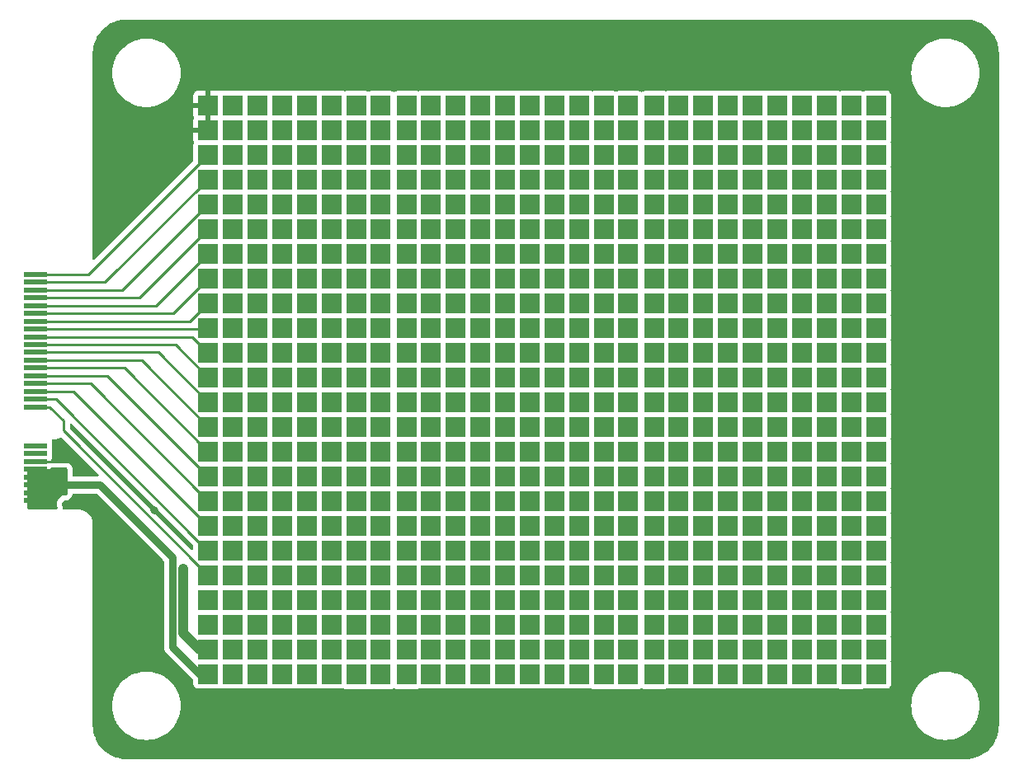
<source format=gbr>
%TF.GenerationSoftware,KiCad,Pcbnew,(6.0.7)*%
%TF.CreationDate,2023-01-04T15:29:54-05:00*%
%TF.ProjectId,PrototypeBoard,50726f74-6f74-4797-9065-426f6172642e,rev?*%
%TF.SameCoordinates,Original*%
%TF.FileFunction,Copper,L1,Top*%
%TF.FilePolarity,Positive*%
%FSLAX46Y46*%
G04 Gerber Fmt 4.6, Leading zero omitted, Abs format (unit mm)*
G04 Created by KiCad (PCBNEW (6.0.7)) date 2023-01-04 15:29:54*
%MOMM*%
%LPD*%
G01*
G04 APERTURE LIST*
%TA.AperFunction,SMDPad,CuDef*%
%ADD10R,2.350000X0.600000*%
%TD*%
%TA.AperFunction,ComponentPad*%
%ADD11R,2.000000X2.000000*%
%TD*%
%TA.AperFunction,ViaPad*%
%ADD12C,0.800000*%
%TD*%
%TA.AperFunction,Conductor*%
%ADD13C,0.762000*%
%TD*%
%TA.AperFunction,Conductor*%
%ADD14C,0.250000*%
%TD*%
%TA.AperFunction,Conductor*%
%ADD15C,1.016000*%
%TD*%
G04 APERTURE END LIST*
D10*
%TO.P,J1,2,+3.3Vaux*%
%TO.N,+5V*%
X91539412Y-111709558D03*
%TO.P,J1,4,GND*%
X91539412Y-110909558D03*
%TO.P,J1,6,+1.5V*%
X91539412Y-110109558D03*
%TO.P,J1,8,UIM_PWR*%
X91539412Y-109309558D03*
%TO.P,J1,10,UIM_DATA*%
X91539412Y-108509558D03*
%TO.P,J1,12,UIM_CLK*%
%TO.N,GND*%
X91539412Y-107709558D03*
%TO.P,J1,14,UIM_RESET*%
%TO.N,/SPK_RP*%
X91539412Y-106909558D03*
%TO.P,J1,16,UIM_VPP*%
%TO.N,/SPK_RN*%
X91539412Y-106109558D03*
%TO.P,J1,18,GND*%
%TO.N,/IO28*%
X91539412Y-102109558D03*
%TO.P,J1,20,~{W_DISABLE}*%
%TO.N,/IO29*%
X91539412Y-101309558D03*
%TO.P,J1,22,~{PERST}*%
%TO.N,/IO30*%
X91539412Y-100509558D03*
%TO.P,J1,24,+3.3Vaux*%
%TO.N,/IO31*%
X91539412Y-99709558D03*
%TO.P,J1,26,GND*%
%TO.N,/IO32*%
X91539412Y-98909558D03*
%TO.P,J1,28,+1.5V*%
%TO.N,/IO33*%
X91539412Y-98109558D03*
%TO.P,J1,30,SMB_CLK*%
%TO.N,/IO34*%
X91539412Y-97309558D03*
%TO.P,J1,32,SMB_DATA*%
%TO.N,/IO35*%
X91539412Y-96509558D03*
%TO.P,J1,34,GND*%
%TO.N,/IO36*%
X91539412Y-95709558D03*
%TO.P,J1,36,USB_D-*%
%TO.N,/IO37*%
X91539412Y-94909558D03*
%TO.P,J1,38,USB_D+*%
%TO.N,/IO38*%
X91539412Y-94109558D03*
%TO.P,J1,40,GND*%
%TO.N,/IO39*%
X91539412Y-93309558D03*
%TO.P,J1,42,~{LED_WWAN}*%
%TO.N,/IO40*%
X91539412Y-92509558D03*
%TO.P,J1,44,~{LED_WLAN}*%
%TO.N,/IO41*%
X91539412Y-91709558D03*
%TO.P,J1,46,~{LED_WPAN}*%
%TO.N,/IO42*%
X91539412Y-90909558D03*
%TO.P,J1,48,+1.5V*%
%TO.N,/IO43*%
X91539412Y-90109558D03*
%TO.P,J1,50,GND*%
%TO.N,/IO44*%
X91539412Y-89309558D03*
%TO.P,J1,52,+3.3Vaux*%
%TO.N,/IO45*%
X91539412Y-88509558D03*
%TD*%
D11*
%TO.P,J2,48*%
%TO.N,N/C*%
X177800000Y-71120000D03*
X121920000Y-71120000D03*
X144780000Y-71120000D03*
X165100000Y-71120000D03*
X129621070Y-71174005D03*
X134620000Y-71120000D03*
X139700000Y-71120000D03*
X111760000Y-71120000D03*
X132080000Y-71120000D03*
X114300000Y-71120000D03*
X142240000Y-71120000D03*
X124422847Y-71174005D03*
X147320000Y-71120000D03*
X157480000Y-71120000D03*
X152325695Y-71174005D03*
X126925695Y-71174005D03*
X119380000Y-71120000D03*
X137160000Y-71120000D03*
X162560000Y-71120000D03*
X155021070Y-71174005D03*
X160020000Y-71120000D03*
X149822847Y-71174005D03*
X167640000Y-71120000D03*
X172720000Y-71120000D03*
X170180000Y-71120000D03*
X116840000Y-71120000D03*
X175222847Y-71174005D03*
%TO.P,J2,47*%
X114300000Y-73660000D03*
X124422847Y-73714005D03*
X137160000Y-73660000D03*
X129621070Y-73714005D03*
X126925695Y-73714005D03*
X175222847Y-73714005D03*
X119380000Y-73660000D03*
X155021070Y-73714005D03*
X165100000Y-73660000D03*
X134620000Y-73660000D03*
X111760000Y-73660000D03*
X144780000Y-73660000D03*
X152325695Y-73714005D03*
X121920000Y-73660000D03*
X116840000Y-73660000D03*
X172720000Y-73660000D03*
X132080000Y-73660000D03*
X149822847Y-73714005D03*
X162560000Y-73660000D03*
X170180000Y-73660000D03*
X142240000Y-73660000D03*
X139700000Y-73660000D03*
X157480000Y-73660000D03*
X177800000Y-73660000D03*
X147320000Y-73660000D03*
X160020000Y-73660000D03*
X167640000Y-73660000D03*
%TO.P,J2,46*%
X144780000Y-76200000D03*
X121920000Y-76200000D03*
X119380000Y-76200000D03*
X134620000Y-76200000D03*
X175222847Y-76254005D03*
X129621070Y-76254005D03*
X142240000Y-76200000D03*
X170180000Y-76200000D03*
X172720000Y-76200000D03*
X177800000Y-76200000D03*
X139700000Y-76200000D03*
X137160000Y-76200000D03*
X116840000Y-76200000D03*
X149822847Y-76254005D03*
X132080000Y-76200000D03*
X165100000Y-76200000D03*
X162560000Y-76200000D03*
X147320000Y-76200000D03*
X124422847Y-76254005D03*
X114300000Y-76200000D03*
X152325695Y-76254005D03*
X111760000Y-76200000D03*
X167640000Y-76200000D03*
X126925695Y-76254005D03*
X157480000Y-76200000D03*
X160020000Y-76200000D03*
X155021070Y-76254005D03*
%TO.P,J2,45*%
X114300000Y-78740000D03*
X142240000Y-78740000D03*
X129621070Y-78794005D03*
X149822847Y-78794005D03*
X170180000Y-78740000D03*
X147320000Y-78740000D03*
X165100000Y-78740000D03*
X116840000Y-78740000D03*
X139700000Y-78740000D03*
X172720000Y-78740000D03*
X155021070Y-78794005D03*
X132080000Y-78740000D03*
X177800000Y-78740000D03*
X134620000Y-78740000D03*
X126925695Y-78794005D03*
X157480000Y-78740000D03*
X137160000Y-78740000D03*
X167640000Y-78740000D03*
X175222847Y-78794005D03*
X144780000Y-78740000D03*
X119380000Y-78740000D03*
X121920000Y-78740000D03*
X160020000Y-78740000D03*
X162560000Y-78740000D03*
X111760000Y-78740000D03*
X124422847Y-78794005D03*
X152325695Y-78794005D03*
%TO.P,J2,44*%
X114300000Y-81280000D03*
X157480000Y-81280000D03*
X149822847Y-81334005D03*
X124422847Y-81334005D03*
X167640000Y-81280000D03*
X175222847Y-81334005D03*
X126925695Y-81334005D03*
X134620000Y-81280000D03*
X162560000Y-81280000D03*
X155021070Y-81334005D03*
X147320000Y-81280000D03*
X132080000Y-81280000D03*
X119380000Y-81280000D03*
X144780000Y-81280000D03*
X121920000Y-81280000D03*
X177800000Y-81280000D03*
X165100000Y-81280000D03*
X116840000Y-81280000D03*
X152325695Y-81334005D03*
X111760000Y-81280000D03*
X129621070Y-81334005D03*
X142240000Y-81280000D03*
X139700000Y-81280000D03*
X137160000Y-81280000D03*
X160020000Y-81280000D03*
X172720000Y-81280000D03*
X170180000Y-81280000D03*
%TO.P,J2,43*%
X116840000Y-83820000D03*
X157480000Y-83820000D03*
X137160000Y-83820000D03*
X132080000Y-83820000D03*
X167640000Y-83820000D03*
X170180000Y-83820000D03*
X142240000Y-83820000D03*
X165100000Y-83820000D03*
X155021070Y-83874005D03*
X162560000Y-83820000D03*
X111760000Y-83820000D03*
X175222847Y-83874005D03*
X139700000Y-83820000D03*
X144780000Y-83820000D03*
X114300000Y-83820000D03*
X152325695Y-83874005D03*
X124422847Y-83874005D03*
X160020000Y-83820000D03*
X129621070Y-83874005D03*
X121920000Y-83820000D03*
X172720000Y-83820000D03*
X134620000Y-83820000D03*
X126925695Y-83874005D03*
X119380000Y-83820000D03*
X177800000Y-83820000D03*
X147320000Y-83820000D03*
X149822847Y-83874005D03*
%TO.P,J2,42*%
X172720000Y-86360000D03*
X137160000Y-86360000D03*
X149822847Y-86414005D03*
X114300000Y-86360000D03*
X167640000Y-86360000D03*
X175222847Y-86414005D03*
X160020000Y-86360000D03*
X177800000Y-86360000D03*
X170180000Y-86360000D03*
X119380000Y-86360000D03*
X132080000Y-86360000D03*
X142240000Y-86360000D03*
X155021070Y-86414005D03*
X152325695Y-86414005D03*
X162560000Y-86360000D03*
X121920000Y-86360000D03*
X116840000Y-86360000D03*
X129621070Y-86414005D03*
X144780000Y-86360000D03*
X157480000Y-86360000D03*
X126925695Y-86414005D03*
X111760000Y-86360000D03*
X147320000Y-86360000D03*
X124422847Y-86414005D03*
X165100000Y-86360000D03*
X139700000Y-86360000D03*
X134620000Y-86360000D03*
%TO.P,J2,41*%
X157480000Y-88900000D03*
X119380000Y-88900000D03*
X134620000Y-88900000D03*
X172720000Y-88900000D03*
X170180000Y-88900000D03*
X111760000Y-88900000D03*
X142240000Y-88900000D03*
X124422847Y-88954005D03*
X116840000Y-88900000D03*
X165100000Y-88900000D03*
X137160000Y-88900000D03*
X162560000Y-88900000D03*
X139700000Y-88900000D03*
X152325695Y-88954005D03*
X175222847Y-88954005D03*
X114300000Y-88900000D03*
X121920000Y-88900000D03*
X149822847Y-88954005D03*
X126925695Y-88954005D03*
X132080000Y-88900000D03*
X129621070Y-88954005D03*
X167640000Y-88900000D03*
X177800000Y-88900000D03*
X144780000Y-88900000D03*
X160020000Y-88900000D03*
X147320000Y-88900000D03*
X155021070Y-88954005D03*
%TO.P,J2,40*%
X152325695Y-91494005D03*
X116840000Y-91440000D03*
X147320000Y-91440000D03*
X111760000Y-91440000D03*
X162560000Y-91440000D03*
X142240000Y-91440000D03*
X157480000Y-91440000D03*
X155021070Y-91494005D03*
X167640000Y-91440000D03*
X119380000Y-91440000D03*
X139700000Y-91440000D03*
X175222847Y-91494005D03*
X132080000Y-91440000D03*
X177800000Y-91440000D03*
X172720000Y-91440000D03*
X170180000Y-91440000D03*
X137160000Y-91440000D03*
X121920000Y-91440000D03*
X114300000Y-91440000D03*
X144780000Y-91440000D03*
X149822847Y-91494005D03*
X134620000Y-91440000D03*
X126925695Y-91494005D03*
X160020000Y-91440000D03*
X124422847Y-91494005D03*
X165100000Y-91440000D03*
X129621070Y-91494005D03*
%TO.P,J2,39*%
X172720000Y-93980000D03*
X165100000Y-93980000D03*
X170180000Y-93980000D03*
X177800000Y-93980000D03*
X114300000Y-93980000D03*
X124422847Y-94034005D03*
X121920000Y-93980000D03*
X116840000Y-93980000D03*
X129621070Y-94034005D03*
X119380000Y-93980000D03*
X139700000Y-93980000D03*
X152325695Y-94034005D03*
X160020000Y-93980000D03*
X167640000Y-93980000D03*
X144780000Y-93980000D03*
X175222847Y-94034005D03*
X162560000Y-93980000D03*
X142240000Y-93980000D03*
X155021070Y-94034005D03*
X132080000Y-93980000D03*
X137160000Y-93980000D03*
X157480000Y-93980000D03*
X111760000Y-93980000D03*
X149822847Y-94034005D03*
X126925695Y-94034005D03*
X147320000Y-93980000D03*
X134620000Y-93980000D03*
%TO.P,J2,38*%
X167640000Y-96520000D03*
X157480000Y-96520000D03*
X152325695Y-96574005D03*
X177800000Y-96520000D03*
X121920000Y-96520000D03*
X172720000Y-96520000D03*
X129621070Y-96574005D03*
X144780000Y-96520000D03*
X134620000Y-96520000D03*
X116840000Y-96520000D03*
X124422847Y-96574005D03*
X160020000Y-96520000D03*
X119380000Y-96520000D03*
X170180000Y-96520000D03*
X137160000Y-96520000D03*
X149822847Y-96574005D03*
X155021070Y-96574005D03*
X175222847Y-96574005D03*
X111760000Y-96520000D03*
X114300000Y-96520000D03*
X162560000Y-96520000D03*
X139700000Y-96520000D03*
X132080000Y-96520000D03*
X165100000Y-96520000D03*
X147320000Y-96520000D03*
X126925695Y-96574005D03*
X142240000Y-96520000D03*
%TO.P,J2,37*%
X149822847Y-99114005D03*
X157480000Y-99060000D03*
X162560000Y-99060000D03*
X116840000Y-99060000D03*
X172720000Y-99060000D03*
X155021070Y-99114005D03*
X121920000Y-99060000D03*
X137160000Y-99060000D03*
X147320000Y-99060000D03*
X111760000Y-99060000D03*
X152325695Y-99114005D03*
X114300000Y-99060000D03*
X129621070Y-99114005D03*
X139700000Y-99060000D03*
X177800000Y-99060000D03*
X132080000Y-99060000D03*
X167640000Y-99060000D03*
X142240000Y-99060000D03*
X144780000Y-99060000D03*
X124422847Y-99114005D03*
X175222847Y-99114005D03*
X134620000Y-99060000D03*
X119380000Y-99060000D03*
X126925695Y-99114005D03*
X165100000Y-99060000D03*
X160020000Y-99060000D03*
X170180000Y-99060000D03*
%TO.P,J2,36*%
X111760000Y-101600000D03*
X149822847Y-101654005D03*
X132080000Y-101600000D03*
X126925695Y-101654005D03*
X121920000Y-101600000D03*
X142240000Y-101600000D03*
X157480000Y-101600000D03*
X165100000Y-101600000D03*
X134620000Y-101600000D03*
X124422847Y-101654005D03*
X175222847Y-101654005D03*
X162560000Y-101600000D03*
X116840000Y-101600000D03*
X137160000Y-101600000D03*
X129621070Y-101654005D03*
X172720000Y-101600000D03*
X155021070Y-101654005D03*
X160020000Y-101600000D03*
X177800000Y-101600000D03*
X167640000Y-101600000D03*
X147320000Y-101600000D03*
X114300000Y-101600000D03*
X152325695Y-101654005D03*
X170180000Y-101600000D03*
X119380000Y-101600000D03*
X139700000Y-101600000D03*
X144780000Y-101600000D03*
%TO.P,J2,35*%
X114300000Y-104140000D03*
X126925695Y-104194005D03*
X152325695Y-104194005D03*
X165100000Y-104140000D03*
X134620000Y-104140000D03*
X119380000Y-104140000D03*
X155021070Y-104194005D03*
X111760000Y-104140000D03*
X177800000Y-104140000D03*
X147320000Y-104140000D03*
X175222847Y-104194005D03*
X129621070Y-104194005D03*
X144780000Y-104140000D03*
X121920000Y-104140000D03*
X149822847Y-104194005D03*
X137160000Y-104140000D03*
X160020000Y-104140000D03*
X170180000Y-104140000D03*
X167640000Y-104140000D03*
X139700000Y-104140000D03*
X142240000Y-104140000D03*
X124422847Y-104194005D03*
X162560000Y-104140000D03*
X157480000Y-104140000D03*
X172720000Y-104140000D03*
X132080000Y-104140000D03*
X116840000Y-104140000D03*
%TO.P,J2,34*%
X175222847Y-106734005D03*
X139700000Y-106680000D03*
X134620000Y-106680000D03*
X126925695Y-106734005D03*
X111760000Y-106680000D03*
X147320000Y-106680000D03*
X124422847Y-106734005D03*
X116840000Y-106680000D03*
X160020000Y-106680000D03*
X144780000Y-106680000D03*
X132080000Y-106680000D03*
X155021070Y-106734005D03*
X162560000Y-106680000D03*
X119380000Y-106680000D03*
X167640000Y-106680000D03*
X165100000Y-106680000D03*
X137160000Y-106680000D03*
X177800000Y-106680000D03*
X114300000Y-106680000D03*
X152325695Y-106734005D03*
X172720000Y-106680000D03*
X157480000Y-106680000D03*
X170180000Y-106680000D03*
X129621070Y-106734005D03*
X121920000Y-106680000D03*
X149822847Y-106734005D03*
X142240000Y-106680000D03*
%TO.P,J2,33*%
X124422847Y-109274005D03*
X137160000Y-109220000D03*
X111760000Y-109220000D03*
X129621070Y-109274005D03*
X119380000Y-109220000D03*
X175222847Y-109274005D03*
X160020000Y-109220000D03*
X149822847Y-109274005D03*
X126925695Y-109274005D03*
X144780000Y-109220000D03*
X116840000Y-109220000D03*
X121920000Y-109220000D03*
X157480000Y-109220000D03*
X142240000Y-109220000D03*
X114300000Y-109220000D03*
X139700000Y-109220000D03*
X147320000Y-109220000D03*
X172720000Y-109220000D03*
X165100000Y-109220000D03*
X162560000Y-109220000D03*
X152325695Y-109274005D03*
X132080000Y-109220000D03*
X134620000Y-109220000D03*
X155021070Y-109274005D03*
X170180000Y-109220000D03*
X177800000Y-109220000D03*
X167640000Y-109220000D03*
%TO.P,J2,32*%
X162560000Y-111760000D03*
X126925695Y-111814005D03*
X132080000Y-111760000D03*
X157480000Y-111760000D03*
X155021070Y-111814005D03*
X134620000Y-111760000D03*
X175222847Y-111814005D03*
X160020000Y-111760000D03*
X139700000Y-111760000D03*
X116840000Y-111760000D03*
X121920000Y-111760000D03*
X152325695Y-111814005D03*
X142240000Y-111760000D03*
X167640000Y-111760000D03*
X165100000Y-111760000D03*
X129621070Y-111814005D03*
X137160000Y-111760000D03*
X170180000Y-111760000D03*
X124422847Y-111814005D03*
X119380000Y-111760000D03*
X147320000Y-111760000D03*
X172720000Y-111760000D03*
X177800000Y-111760000D03*
X111760000Y-111760000D03*
X114300000Y-111760000D03*
X144780000Y-111760000D03*
X149822847Y-111814005D03*
%TO.P,J2,31*%
X172720000Y-114300000D03*
X111760000Y-114300000D03*
X121920000Y-114300000D03*
X119380000Y-114300000D03*
X157480000Y-114300000D03*
X167640000Y-114300000D03*
X162560000Y-114300000D03*
X155021070Y-114354005D03*
X147320000Y-114300000D03*
X144780000Y-114300000D03*
X137160000Y-114300000D03*
X126925695Y-114354005D03*
X142240000Y-114300000D03*
X124422847Y-114354005D03*
X114300000Y-114300000D03*
X175222847Y-114354005D03*
X177800000Y-114300000D03*
X134620000Y-114300000D03*
X132080000Y-114300000D03*
X152325695Y-114354005D03*
X129621070Y-114354005D03*
X139700000Y-114300000D03*
X165100000Y-114300000D03*
X170180000Y-114300000D03*
X116840000Y-114300000D03*
X149822847Y-114354005D03*
X160020000Y-114300000D03*
%TO.P,J2,30*%
X149822847Y-116894005D03*
X142240000Y-116840000D03*
X116840000Y-116840000D03*
X155021070Y-116894005D03*
X126925695Y-116894005D03*
X129621070Y-116894005D03*
X137160000Y-116840000D03*
X132080000Y-116840000D03*
X139700000Y-116840000D03*
X152325695Y-116894005D03*
X160020000Y-116840000D03*
X114300000Y-116840000D03*
X144780000Y-116840000D03*
X119380000Y-116840000D03*
X170180000Y-116840000D03*
X124422847Y-116894005D03*
X121920000Y-116840000D03*
X162560000Y-116840000D03*
X157480000Y-116840000D03*
X172720000Y-116840000D03*
X111760000Y-116840000D03*
X177800000Y-116840000D03*
X147320000Y-116840000D03*
X134620000Y-116840000D03*
X175222847Y-116894005D03*
X165100000Y-116840000D03*
X167640000Y-116840000D03*
%TO.P,J2,29*%
X132080000Y-119380000D03*
X157480000Y-119380000D03*
X172720000Y-119380000D03*
X124422847Y-119434005D03*
X111760000Y-119380000D03*
X129621070Y-119434005D03*
X152325695Y-119434005D03*
X134620000Y-119380000D03*
X177800000Y-119380000D03*
X139700000Y-119380000D03*
X149822847Y-119434005D03*
X147320000Y-119380000D03*
X160020000Y-119380000D03*
X167640000Y-119380000D03*
X126925695Y-119434005D03*
X137160000Y-119380000D03*
X114300000Y-119380000D03*
X119380000Y-119380000D03*
X170180000Y-119380000D03*
X116840000Y-119380000D03*
X162560000Y-119380000D03*
X144780000Y-119380000D03*
X155021070Y-119434005D03*
X175222847Y-119434005D03*
X142240000Y-119380000D03*
X121920000Y-119380000D03*
X165100000Y-119380000D03*
%TO.P,J2,28*%
X172720000Y-121920000D03*
X152325695Y-121974005D03*
X157480000Y-121920000D03*
X147320000Y-121920000D03*
X139700000Y-121920000D03*
X149822847Y-121974005D03*
X134620000Y-121920000D03*
X114300000Y-121920000D03*
X175222847Y-121974005D03*
X162560000Y-121920000D03*
X137160000Y-121920000D03*
X142240000Y-121920000D03*
X170180000Y-121920000D03*
X124422847Y-121974005D03*
X160020000Y-121920000D03*
X116840000Y-121920000D03*
X167640000Y-121920000D03*
X165100000Y-121920000D03*
X132080000Y-121920000D03*
X129621070Y-121974005D03*
X144780000Y-121920000D03*
X111760000Y-121920000D03*
X126925695Y-121974005D03*
X155021070Y-121974005D03*
X121920000Y-121920000D03*
X177800000Y-121920000D03*
X119380000Y-121920000D03*
%TO.P,J2,27*%
X152325695Y-124514005D03*
X139700000Y-124460000D03*
X167640000Y-124460000D03*
X165100000Y-124460000D03*
X157480000Y-124460000D03*
X124422847Y-124514005D03*
X111760000Y-124460000D03*
X177800000Y-124460000D03*
X144780000Y-124460000D03*
X121920000Y-124460000D03*
X137160000Y-124460000D03*
X170180000Y-124460000D03*
X155021070Y-124514005D03*
X175222847Y-124514005D03*
X147320000Y-124460000D03*
X126925695Y-124514005D03*
X162560000Y-124460000D03*
X132080000Y-124460000D03*
X149822847Y-124514005D03*
X172720000Y-124460000D03*
X160020000Y-124460000D03*
X116840000Y-124460000D03*
X114300000Y-124460000D03*
X142240000Y-124460000D03*
X119380000Y-124460000D03*
X129621070Y-124514005D03*
X134620000Y-124460000D03*
%TO.P,J2,26*%
X170180000Y-127000000D03*
X165100000Y-127000000D03*
X162560000Y-127000000D03*
X114300000Y-127000000D03*
X132080000Y-127000000D03*
X134620000Y-127000000D03*
X177800000Y-127000000D03*
X129621070Y-127054005D03*
X121920000Y-127000000D03*
X160020000Y-127000000D03*
X172720000Y-127000000D03*
X149822847Y-127054005D03*
X137160000Y-127000000D03*
X157480000Y-127000000D03*
X116840000Y-127000000D03*
X155021070Y-127054005D03*
X147320000Y-127000000D03*
X139700000Y-127000000D03*
X142240000Y-127000000D03*
X124422847Y-127054005D03*
X175222847Y-127054005D03*
X126925695Y-127054005D03*
X111760000Y-127000000D03*
X152325695Y-127054005D03*
X167640000Y-127000000D03*
X119380000Y-127000000D03*
X144780000Y-127000000D03*
%TO.P,J2,25*%
X124422847Y-129594005D03*
X114300000Y-129540000D03*
X177800000Y-129540000D03*
X111760000Y-129540000D03*
X129621070Y-129594005D03*
X116840000Y-129540000D03*
X170180000Y-129540000D03*
X175222847Y-129594005D03*
X165100000Y-129540000D03*
X157480000Y-129540000D03*
X162560000Y-129540000D03*
X137160000Y-129540000D03*
X147320000Y-129540000D03*
X139700000Y-129540000D03*
X167640000Y-129540000D03*
X126925695Y-129594005D03*
X172720000Y-129540000D03*
X152325695Y-129594005D03*
X149822847Y-129594005D03*
X144780000Y-129540000D03*
X119380000Y-129540000D03*
X121920000Y-129540000D03*
X160020000Y-129540000D03*
X132080000Y-129540000D03*
X134620000Y-129540000D03*
X142240000Y-129540000D03*
X155021070Y-129594005D03*
%TO.P,J2,24,Pin_24*%
%TO.N,GND*%
X109220000Y-71120000D03*
%TO.P,J2,23,Pin_23*%
X109220000Y-73660000D03*
%TO.P,J2,22,Pin_22*%
%TO.N,/IO45*%
X109220000Y-76200000D03*
%TO.P,J2,21,Pin_21*%
%TO.N,/IO44*%
X109220000Y-78740000D03*
%TO.P,J2,20,Pin_20*%
%TO.N,/IO43*%
X109220000Y-81280000D03*
%TO.P,J2,19,Pin_19*%
%TO.N,/IO42*%
X109220000Y-83820000D03*
%TO.P,J2,18,Pin_18*%
%TO.N,/IO41*%
X109220000Y-86360000D03*
%TO.P,J2,17,Pin_17*%
%TO.N,/IO40*%
X109220000Y-88900000D03*
%TO.P,J2,16,Pin_16*%
%TO.N,/IO39*%
X109220000Y-91440000D03*
%TO.P,J2,15,Pin_15*%
%TO.N,/IO38*%
X109220000Y-93980000D03*
%TO.P,J2,14,Pin_14*%
%TO.N,/IO37*%
X109220000Y-96520000D03*
%TO.P,J2,13,Pin_13*%
%TO.N,/IO36*%
X109220000Y-99060000D03*
%TO.P,J2,12,Pin_12*%
%TO.N,/IO35*%
X109220000Y-101600000D03*
%TO.P,J2,11,Pin_11*%
%TO.N,/IO34*%
X109220000Y-104140000D03*
%TO.P,J2,10,Pin_10*%
%TO.N,/IO33*%
X109220000Y-106680000D03*
%TO.P,J2,9,Pin_9*%
%TO.N,/IO32*%
X109220000Y-109220000D03*
%TO.P,J2,8,Pin_8*%
%TO.N,/IO31*%
X109220000Y-111760000D03*
%TO.P,J2,7,Pin_7*%
%TO.N,/IO30*%
X109220000Y-114300000D03*
%TO.P,J2,6,Pin_6*%
%TO.N,/IO29*%
X109220000Y-116840000D03*
%TO.P,J2,5,Pin_5*%
%TO.N,/IO28*%
X109220000Y-119380000D03*
%TO.P,J2,4,Pin_4*%
%TO.N,/USB3_D_N*%
X109220000Y-121920000D03*
%TO.P,J2,3,Pin_3*%
%TO.N,/USB3_D_P*%
X109220000Y-124460000D03*
%TO.P,J2,2,Pin_2*%
%TO.N,+3.3V*%
X109220000Y-127000000D03*
%TO.P,J2,1,Pin_1*%
%TO.N,+5V*%
X109220000Y-129540000D03*
%TD*%
D12*
%TO.N,GND*%
X94335600Y-106629200D03*
X102489000Y-118821200D03*
X103708200Y-112725200D03*
X98475800Y-115417600D03*
X94615000Y-112090200D03*
X95681800Y-107721400D03*
%TO.N,+3.3V*%
X106680000Y-118719600D03*
%TD*%
D13*
%TO.N,+5V*%
X105591000Y-117554400D02*
X105591000Y-126787000D01*
X98146158Y-110109558D02*
X105591000Y-117554400D01*
X105591000Y-126787000D02*
X108344000Y-129540000D01*
X91539412Y-110109558D02*
X98146158Y-110109558D01*
D14*
%TO.N,GND*%
X95669958Y-107709558D02*
X95681800Y-107721400D01*
X95668242Y-107709558D02*
X95669958Y-107709558D01*
X91539412Y-107709558D02*
X95668242Y-107709558D01*
D15*
%TO.N,+3.3V*%
X108344000Y-127000000D02*
X109220000Y-127000000D01*
X106680000Y-125336000D02*
X108344000Y-127000000D01*
X106680000Y-118719600D02*
X106680000Y-125336000D01*
D14*
%TO.N,/IO28*%
X94386400Y-104546400D02*
X109220000Y-119380000D01*
X92964412Y-102109558D02*
X94386400Y-103531546D01*
X94386400Y-103531546D02*
X94386400Y-104546400D01*
X91539412Y-102109558D02*
X92964412Y-102109558D01*
%TO.N,/IO29*%
X109110000Y-116840000D02*
X93579558Y-101309558D01*
X93579558Y-101309558D02*
X91539412Y-101309558D01*
X109220000Y-116840000D02*
X109110000Y-116840000D01*
%TO.N,/IO30*%
X95429558Y-100509558D02*
X109220000Y-114300000D01*
X91539412Y-100509558D02*
X95429558Y-100509558D01*
%TO.N,/IO31*%
X97169558Y-99709558D02*
X109220000Y-111760000D01*
X91539412Y-99709558D02*
X97169558Y-99709558D01*
%TO.N,/IO32*%
X98909558Y-98909558D02*
X109220000Y-109220000D01*
X91539412Y-98909558D02*
X98909558Y-98909558D01*
%TO.N,/IO33*%
X91539412Y-98109558D02*
X100649558Y-98109558D01*
X100649558Y-98109558D02*
X109220000Y-106680000D01*
%TO.N,/IO34*%
X91539412Y-97309558D02*
X102389558Y-97309558D01*
X102389558Y-97309558D02*
X109220000Y-104140000D01*
%TO.N,/IO35*%
X104129558Y-96509558D02*
X109220000Y-101600000D01*
X91539412Y-96509558D02*
X104129558Y-96509558D01*
%TO.N,/IO36*%
X91539412Y-95709558D02*
X105869558Y-95709558D01*
X105869558Y-95709558D02*
X109220000Y-99060000D01*
%TO.N,/IO37*%
X107609558Y-94909558D02*
X109220000Y-96520000D01*
X91539412Y-94909558D02*
X107609558Y-94909558D01*
%TO.N,/IO38*%
X109090442Y-94109558D02*
X109220000Y-93980000D01*
X91539412Y-94109558D02*
X109090442Y-94109558D01*
%TO.N,/IO39*%
X91539412Y-93309558D02*
X107350442Y-93309558D01*
X107350442Y-93309558D02*
X109220000Y-91440000D01*
%TO.N,/IO40*%
X91539412Y-92509558D02*
X105610442Y-92509558D01*
X105610442Y-92509558D02*
X109220000Y-88900000D01*
%TO.N,/IO41*%
X91539412Y-91709558D02*
X103870442Y-91709558D01*
X103870442Y-91709558D02*
X109220000Y-86360000D01*
%TO.N,/IO42*%
X102130442Y-90909558D02*
X109220000Y-83820000D01*
X91539412Y-90909558D02*
X102130442Y-90909558D01*
%TO.N,/IO43*%
X91539412Y-90109558D02*
X100390442Y-90109558D01*
X100390442Y-90109558D02*
X109220000Y-81280000D01*
%TO.N,/IO44*%
X91539412Y-89309558D02*
X98650442Y-89309558D01*
X98650442Y-89309558D02*
X109220000Y-78740000D01*
%TO.N,/IO45*%
X91539412Y-88509558D02*
X96910442Y-88509558D01*
X96910442Y-88509558D02*
X109220000Y-76200000D01*
%TD*%
%TA.AperFunction,Conductor*%
%TO.N,+5V*%
G36*
X94709521Y-108363060D02*
G01*
X94756014Y-108416716D01*
X94767400Y-108469058D01*
X94767400Y-111055700D01*
X94747398Y-111123821D01*
X94693742Y-111170314D01*
X94641400Y-111181700D01*
X94519513Y-111181700D01*
X94513061Y-111183072D01*
X94513056Y-111183072D01*
X94426113Y-111201553D01*
X94332712Y-111221406D01*
X94326682Y-111224091D01*
X94326681Y-111224091D01*
X94164278Y-111296397D01*
X94164276Y-111296398D01*
X94158248Y-111299082D01*
X94003747Y-111411334D01*
X93875960Y-111553256D01*
X93780473Y-111718644D01*
X93721458Y-111900272D01*
X93701496Y-112090200D01*
X93721458Y-112280128D01*
X93723498Y-112286406D01*
X93776513Y-112449569D01*
X93778541Y-112520536D01*
X93741878Y-112581334D01*
X93678166Y-112612660D01*
X93654965Y-112614493D01*
X92709846Y-112601629D01*
X92706809Y-112601491D01*
X92704026Y-112601058D01*
X92668717Y-112601058D01*
X92667002Y-112601046D01*
X92639311Y-112600669D01*
X92639310Y-112600669D01*
X92634823Y-112600608D01*
X92632034Y-112600969D01*
X92628928Y-112601058D01*
X90798912Y-112601058D01*
X90730791Y-112581056D01*
X90684298Y-112527400D01*
X90672912Y-112475058D01*
X90672912Y-108644058D01*
X90692914Y-108575937D01*
X90746570Y-108529444D01*
X90798912Y-108518058D01*
X92762546Y-108518058D01*
X92824728Y-108511303D01*
X92961117Y-108460173D01*
X93077673Y-108372819D01*
X93078875Y-108374423D01*
X93131042Y-108345937D01*
X93157825Y-108343058D01*
X94641400Y-108343058D01*
X94709521Y-108363060D01*
G37*
%TD.AperFunction*%
%TD*%
%TA.AperFunction,Conductor*%
%TO.N,GND*%
G36*
X186840116Y-62313280D02*
G01*
X186863825Y-62316971D01*
X186878991Y-62314987D01*
X186883179Y-62314440D01*
X186905697Y-62313528D01*
X186952094Y-62315806D01*
X187206138Y-62328279D01*
X187218438Y-62329490D01*
X187381791Y-62353717D01*
X187545139Y-62377944D01*
X187557266Y-62380357D01*
X187877617Y-62460595D01*
X187889451Y-62464184D01*
X188200409Y-62575442D01*
X188211831Y-62580173D01*
X188510389Y-62721378D01*
X188521289Y-62727204D01*
X188804558Y-62896987D01*
X188814840Y-62903857D01*
X189080105Y-63100592D01*
X189089664Y-63108437D01*
X189334361Y-63330220D01*
X189343104Y-63338963D01*
X189564899Y-63583679D01*
X189572737Y-63593230D01*
X189769470Y-63858501D01*
X189776340Y-63868783D01*
X189946119Y-64152054D01*
X189951945Y-64162954D01*
X190093151Y-64461525D01*
X190097875Y-64472931D01*
X190209131Y-64783897D01*
X190212720Y-64795730D01*
X190254620Y-64963027D01*
X190292954Y-65116088D01*
X190295365Y-65128210D01*
X190304571Y-65190286D01*
X190343815Y-65454908D01*
X190345026Y-65467215D01*
X190359425Y-65760562D01*
X190358076Y-65786130D01*
X190356387Y-65796974D01*
X190357551Y-65805878D01*
X190360515Y-65828552D01*
X190361578Y-65844884D01*
X190361578Y-134753764D01*
X190360078Y-134773150D01*
X190356387Y-134796854D01*
X190357551Y-134805757D01*
X190357551Y-134805759D01*
X190358917Y-134816208D01*
X190359829Y-134838724D01*
X190349079Y-135057509D01*
X190345067Y-135139174D01*
X190343855Y-135151477D01*
X190304598Y-135416120D01*
X190295394Y-135478164D01*
X190292984Y-135490282D01*
X190254112Y-135645465D01*
X190212731Y-135810664D01*
X190209141Y-135822497D01*
X190097884Y-136133436D01*
X190093153Y-136144859D01*
X189951944Y-136443422D01*
X189946115Y-136454327D01*
X189776330Y-136737596D01*
X189769461Y-136747876D01*
X189572720Y-137013155D01*
X189564885Y-137022702D01*
X189531506Y-137059531D01*
X189343091Y-137267416D01*
X189334348Y-137276159D01*
X189089641Y-137497952D01*
X189080083Y-137505796D01*
X188814821Y-137702532D01*
X188804540Y-137709402D01*
X188521297Y-137879176D01*
X188521265Y-137879195D01*
X188510363Y-137885022D01*
X188211806Y-138026234D01*
X188200394Y-138030962D01*
X187889422Y-138142234D01*
X187877617Y-138145816D01*
X187557234Y-138226073D01*
X187545118Y-138228483D01*
X187349982Y-138257433D01*
X187218420Y-138276950D01*
X187206120Y-138278162D01*
X187116332Y-138282575D01*
X186913297Y-138292554D01*
X186887728Y-138291206D01*
X186885226Y-138290816D01*
X186885220Y-138290816D01*
X186876351Y-138289435D01*
X186848129Y-138293126D01*
X186844795Y-138293562D01*
X186828455Y-138294626D01*
X100919370Y-138294626D01*
X100899985Y-138293126D01*
X100885152Y-138290816D01*
X100885148Y-138290816D01*
X100876279Y-138289435D01*
X100856924Y-138291966D01*
X100834410Y-138292878D01*
X100533952Y-138278117D01*
X100521660Y-138276907D01*
X100384137Y-138256508D01*
X100194969Y-138228447D01*
X100182842Y-138226035D01*
X99862481Y-138145790D01*
X99850648Y-138142201D01*
X99695166Y-138086569D01*
X99539681Y-138030936D01*
X99528261Y-138026205D01*
X99229715Y-137885005D01*
X99218809Y-137879176D01*
X98935536Y-137709389D01*
X98925256Y-137702520D01*
X98659978Y-137505779D01*
X98650419Y-137497934D01*
X98405716Y-137276149D01*
X98396973Y-137267406D01*
X98175183Y-137022702D01*
X98167338Y-137013144D01*
X97970589Y-136747860D01*
X97963731Y-136737596D01*
X97793940Y-136454320D01*
X97788113Y-136443418D01*
X97691991Y-136240189D01*
X97646902Y-136144859D01*
X97642173Y-136133442D01*
X97530912Y-135822492D01*
X97527322Y-135810659D01*
X97447071Y-135490290D01*
X97444659Y-135478163D01*
X97410887Y-135250501D01*
X97396197Y-135151476D01*
X97394985Y-135139173D01*
X97390973Y-135057509D01*
X97380594Y-134846276D01*
X97381941Y-134820721D01*
X97383703Y-134809406D01*
X97382539Y-134800505D01*
X97382539Y-134800501D01*
X97379576Y-134777847D01*
X97378512Y-134761509D01*
X97378512Y-132803138D01*
X99356691Y-132803138D01*
X99375937Y-133170379D01*
X99433465Y-133533596D01*
X99528645Y-133888810D01*
X99660433Y-134232130D01*
X99661931Y-134235070D01*
X99801344Y-134508683D01*
X99827385Y-134559792D01*
X100027673Y-134868209D01*
X100259103Y-135154001D01*
X100519137Y-135414035D01*
X100804929Y-135645465D01*
X101113345Y-135845753D01*
X101441008Y-136012705D01*
X101650784Y-136093230D01*
X101770727Y-136139272D01*
X101784328Y-136144493D01*
X102139542Y-136239673D01*
X102332524Y-136270238D01*
X102499511Y-136296687D01*
X102499519Y-136296688D01*
X102502759Y-136297201D01*
X102870000Y-136316447D01*
X103237241Y-136297201D01*
X103240481Y-136296688D01*
X103240489Y-136296687D01*
X103407476Y-136270238D01*
X103600458Y-136239673D01*
X103955672Y-136144493D01*
X103969274Y-136139272D01*
X104089216Y-136093230D01*
X104298992Y-136012705D01*
X104626655Y-135845753D01*
X104935071Y-135645465D01*
X105220863Y-135414035D01*
X105480897Y-135154001D01*
X105712327Y-134868209D01*
X105912615Y-134559792D01*
X105938657Y-134508683D01*
X106078069Y-134235070D01*
X106079567Y-134232130D01*
X106211355Y-133888810D01*
X106306535Y-133533596D01*
X106364063Y-133170379D01*
X106383309Y-132803138D01*
X181356781Y-132803138D01*
X181376027Y-133170379D01*
X181433555Y-133533596D01*
X181528735Y-133888810D01*
X181660523Y-134232130D01*
X181662021Y-134235070D01*
X181801434Y-134508683D01*
X181827475Y-134559792D01*
X182027763Y-134868209D01*
X182259193Y-135154001D01*
X182519227Y-135414035D01*
X182805019Y-135645465D01*
X183113435Y-135845753D01*
X183441098Y-136012705D01*
X183650874Y-136093230D01*
X183770817Y-136139272D01*
X183784418Y-136144493D01*
X184139632Y-136239673D01*
X184332614Y-136270238D01*
X184499601Y-136296687D01*
X184499609Y-136296688D01*
X184502849Y-136297201D01*
X184870090Y-136316447D01*
X185237331Y-136297201D01*
X185240571Y-136296688D01*
X185240579Y-136296687D01*
X185407566Y-136270238D01*
X185600548Y-136239673D01*
X185955762Y-136144493D01*
X185969364Y-136139272D01*
X186089306Y-136093230D01*
X186299082Y-136012705D01*
X186626745Y-135845753D01*
X186935161Y-135645465D01*
X187220953Y-135414035D01*
X187480987Y-135154001D01*
X187712417Y-134868209D01*
X187912705Y-134559792D01*
X187938747Y-134508683D01*
X188078159Y-134235070D01*
X188079657Y-134232130D01*
X188211445Y-133888810D01*
X188306625Y-133533596D01*
X188364153Y-133170379D01*
X188383399Y-132803138D01*
X188364153Y-132435897D01*
X188306625Y-132072680D01*
X188211445Y-131717466D01*
X188079657Y-131374146D01*
X188061584Y-131338675D01*
X187914204Y-131049425D01*
X187914200Y-131049418D01*
X187912705Y-131046484D01*
X187910182Y-131042598D01*
X187714219Y-130740842D01*
X187712417Y-130738067D01*
X187480987Y-130452275D01*
X187220953Y-130192241D01*
X186935161Y-129960811D01*
X186626745Y-129760523D01*
X186299082Y-129593571D01*
X185955762Y-129461783D01*
X185600548Y-129366603D01*
X185407566Y-129336038D01*
X185240579Y-129309589D01*
X185240571Y-129309588D01*
X185237331Y-129309075D01*
X184870090Y-129289829D01*
X184502849Y-129309075D01*
X184499609Y-129309588D01*
X184499601Y-129309589D01*
X184332614Y-129336038D01*
X184139632Y-129366603D01*
X183784418Y-129461783D01*
X183441098Y-129593571D01*
X183438158Y-129595069D01*
X183116377Y-129759024D01*
X183116374Y-129759026D01*
X183113436Y-129760523D01*
X183110670Y-129762319D01*
X183110667Y-129762321D01*
X182908568Y-129893566D01*
X182805019Y-129960811D01*
X182519227Y-130192241D01*
X182259193Y-130452275D01*
X182027763Y-130738067D01*
X182025961Y-130740842D01*
X181829999Y-131042598D01*
X181827475Y-131046484D01*
X181825980Y-131049418D01*
X181825976Y-131049425D01*
X181678596Y-131338675D01*
X181660523Y-131374146D01*
X181528735Y-131717466D01*
X181433555Y-132072680D01*
X181376027Y-132435897D01*
X181356781Y-132803138D01*
X106383309Y-132803138D01*
X106364063Y-132435897D01*
X106306535Y-132072680D01*
X106211355Y-131717466D01*
X106079567Y-131374146D01*
X106061494Y-131338675D01*
X105914114Y-131049425D01*
X105914110Y-131049418D01*
X105912615Y-131046484D01*
X105910092Y-131042598D01*
X105714129Y-130740842D01*
X105712327Y-130738067D01*
X105480897Y-130452275D01*
X105220863Y-130192241D01*
X104935071Y-129960811D01*
X104626655Y-129760523D01*
X104298992Y-129593571D01*
X103955672Y-129461783D01*
X103600458Y-129366603D01*
X103407476Y-129336038D01*
X103240489Y-129309589D01*
X103240481Y-129309588D01*
X103237241Y-129309075D01*
X102870000Y-129289829D01*
X102502759Y-129309075D01*
X102499519Y-129309588D01*
X102499511Y-129309589D01*
X102332524Y-129336038D01*
X102139542Y-129366603D01*
X101784328Y-129461783D01*
X101441008Y-129593571D01*
X101438068Y-129595069D01*
X101116287Y-129759024D01*
X101116284Y-129759026D01*
X101113346Y-129760523D01*
X101110580Y-129762319D01*
X101110577Y-129762321D01*
X100908478Y-129893566D01*
X100804929Y-129960811D01*
X100519137Y-130192241D01*
X100259103Y-130452275D01*
X100027673Y-130738067D01*
X100025871Y-130740842D01*
X99829909Y-131042598D01*
X99827385Y-131046484D01*
X99825890Y-131049418D01*
X99825886Y-131049425D01*
X99678506Y-131338675D01*
X99660433Y-131374146D01*
X99528645Y-131717466D01*
X99433465Y-132072680D01*
X99375937Y-132435897D01*
X99356691Y-132803138D01*
X97378512Y-132803138D01*
X97378512Y-114206431D01*
X97380258Y-114185527D01*
X97382781Y-114170529D01*
X97383588Y-114165734D01*
X97383741Y-114153182D01*
X97381620Y-114138370D01*
X97380670Y-114129511D01*
X97367288Y-113942444D01*
X97366967Y-113937954D01*
X97330196Y-113768923D01*
X97322058Y-113731515D01*
X97322057Y-113731511D01*
X97321099Y-113727108D01*
X97319525Y-113722889D01*
X97319523Y-113722881D01*
X97247265Y-113529154D01*
X97247263Y-113529150D01*
X97245691Y-113524935D01*
X97142279Y-113335552D01*
X97012968Y-113162813D01*
X96860390Y-113010234D01*
X96687651Y-112880923D01*
X96498268Y-112777511D01*
X96494053Y-112775939D01*
X96494049Y-112775937D01*
X96411430Y-112745121D01*
X96296095Y-112702102D01*
X96085249Y-112656233D01*
X96015266Y-112651227D01*
X95910490Y-112643731D01*
X95898580Y-112642306D01*
X95887376Y-112640421D01*
X95887363Y-112640420D01*
X95882573Y-112639614D01*
X95876459Y-112639539D01*
X95874886Y-112639520D01*
X95874882Y-112639520D01*
X95870021Y-112639461D01*
X95865203Y-112640151D01*
X95865202Y-112640151D01*
X95846709Y-112642799D01*
X95827134Y-112644059D01*
X95698339Y-112642306D01*
X94415966Y-112624851D01*
X94348126Y-112603925D01*
X94302368Y-112549642D01*
X94291734Y-112502464D01*
X94289931Y-112439393D01*
X94289803Y-112434901D01*
X94289037Y-112430474D01*
X94265646Y-112295311D01*
X94265644Y-112295304D01*
X94264880Y-112290888D01*
X94230597Y-112185375D01*
X94225120Y-112159610D01*
X94219209Y-112103371D01*
X94219209Y-112077029D01*
X94225120Y-112020790D01*
X94230597Y-111995024D01*
X94248070Y-111941249D01*
X94258783Y-111917187D01*
X94287057Y-111868214D01*
X94302540Y-111846905D01*
X94340374Y-111804886D01*
X94359948Y-111787260D01*
X94405701Y-111754018D01*
X94428514Y-111740847D01*
X94480169Y-111717849D01*
X94505216Y-111709711D01*
X94560534Y-111697953D01*
X94586730Y-111695200D01*
X94641400Y-111695200D01*
X94644746Y-111694840D01*
X94644751Y-111694840D01*
X94747185Y-111683828D01*
X94747192Y-111683827D01*
X94750549Y-111683466D01*
X94753850Y-111682748D01*
X94799610Y-111672794D01*
X94799615Y-111672793D01*
X94802891Y-111672080D01*
X94907057Y-111637410D01*
X95030012Y-111558392D01*
X95083668Y-111511899D01*
X95091697Y-111502633D01*
X95173481Y-111408250D01*
X95173483Y-111408247D01*
X95179382Y-111401439D01*
X95240098Y-111268490D01*
X95260100Y-111200369D01*
X95264063Y-111172811D01*
X95273506Y-111107127D01*
X95302999Y-111042546D01*
X95362725Y-111004162D01*
X95398224Y-110999058D01*
X97725525Y-110999058D01*
X97793646Y-111019060D01*
X97814620Y-111035963D01*
X104664595Y-117885938D01*
X104698621Y-117948250D01*
X104701500Y-117975033D01*
X104701500Y-126707075D01*
X104699949Y-126726785D01*
X104697826Y-126740190D01*
X104698171Y-126746778D01*
X104698171Y-126746782D01*
X104701327Y-126806999D01*
X104701500Y-126813593D01*
X104701500Y-126833620D01*
X104701844Y-126836891D01*
X104701844Y-126836895D01*
X104703593Y-126853539D01*
X104704110Y-126860113D01*
X104707611Y-126926915D01*
X104709320Y-126933292D01*
X104709320Y-126933293D01*
X104711124Y-126940023D01*
X104714728Y-126959470D01*
X104716145Y-126972956D01*
X104718187Y-126979240D01*
X104736818Y-127036582D01*
X104738691Y-127042906D01*
X104756006Y-127107524D01*
X104762167Y-127119616D01*
X104769730Y-127137875D01*
X104773925Y-127150785D01*
X104804057Y-127202975D01*
X104807376Y-127208724D01*
X104810523Y-127214520D01*
X104840893Y-127274125D01*
X104845050Y-127279258D01*
X104849432Y-127284670D01*
X104860625Y-127300955D01*
X104864116Y-127307002D01*
X104864119Y-127307005D01*
X104867415Y-127312715D01*
X104871827Y-127317615D01*
X104871830Y-127317619D01*
X104912175Y-127362425D01*
X104916463Y-127367446D01*
X104929063Y-127383006D01*
X104943210Y-127397153D01*
X104947751Y-127401937D01*
X104992530Y-127451669D01*
X105003518Y-127459652D01*
X105018546Y-127472489D01*
X107674595Y-130128538D01*
X107708621Y-130190850D01*
X107711500Y-130217633D01*
X107711500Y-130588134D01*
X107718255Y-130650316D01*
X107769385Y-130786705D01*
X107856739Y-130903261D01*
X107973295Y-130990615D01*
X108109684Y-131041745D01*
X108171866Y-131048500D01*
X110268134Y-131048500D01*
X110330316Y-131041745D01*
X110445771Y-130998463D01*
X110516577Y-130993280D01*
X110534228Y-130998462D01*
X110649684Y-131041745D01*
X110711866Y-131048500D01*
X112808134Y-131048500D01*
X112870316Y-131041745D01*
X112985771Y-130998463D01*
X113056577Y-130993280D01*
X113074228Y-130998462D01*
X113189684Y-131041745D01*
X113251866Y-131048500D01*
X115348134Y-131048500D01*
X115410316Y-131041745D01*
X115525771Y-130998463D01*
X115596577Y-130993280D01*
X115614228Y-130998462D01*
X115729684Y-131041745D01*
X115791866Y-131048500D01*
X117888134Y-131048500D01*
X117950316Y-131041745D01*
X118065771Y-130998463D01*
X118136577Y-130993280D01*
X118154228Y-130998462D01*
X118269684Y-131041745D01*
X118331866Y-131048500D01*
X120428134Y-131048500D01*
X120490316Y-131041745D01*
X120605771Y-130998463D01*
X120676577Y-130993280D01*
X120694228Y-130998462D01*
X120809684Y-131041745D01*
X120871866Y-131048500D01*
X122968134Y-131048500D01*
X123030316Y-131041745D01*
X123061248Y-131030149D01*
X123132054Y-131024964D01*
X123165988Y-131037610D01*
X123168960Y-131039237D01*
X123176142Y-131044620D01*
X123184543Y-131047769D01*
X123184546Y-131047771D01*
X123265261Y-131078029D01*
X123312531Y-131095750D01*
X123374713Y-131102505D01*
X125470981Y-131102505D01*
X125533163Y-131095750D01*
X125630041Y-131059432D01*
X125700849Y-131054249D01*
X125718501Y-131059432D01*
X125815379Y-131095750D01*
X125877561Y-131102505D01*
X127973829Y-131102505D01*
X128036011Y-131095750D01*
X128172400Y-131044620D01*
X128197820Y-131025569D01*
X128264327Y-131000723D01*
X128333709Y-131015777D01*
X128348945Y-131025569D01*
X128374365Y-131044620D01*
X128510754Y-131095750D01*
X128572936Y-131102505D01*
X130669204Y-131102505D01*
X130731386Y-131095750D01*
X130867775Y-131044620D01*
X130868149Y-131045617D01*
X130929438Y-131032214D01*
X130954478Y-131037668D01*
X130954602Y-131037145D01*
X130962290Y-131038973D01*
X130969684Y-131041745D01*
X130977532Y-131042598D01*
X130977534Y-131042598D01*
X131028469Y-131048131D01*
X131031866Y-131048500D01*
X133128134Y-131048500D01*
X133190316Y-131041745D01*
X133305771Y-130998463D01*
X133376577Y-130993280D01*
X133394228Y-130998462D01*
X133509684Y-131041745D01*
X133571866Y-131048500D01*
X135668134Y-131048500D01*
X135730316Y-131041745D01*
X135845771Y-130998463D01*
X135916577Y-130993280D01*
X135934228Y-130998462D01*
X136049684Y-131041745D01*
X136111866Y-131048500D01*
X138208134Y-131048500D01*
X138270316Y-131041745D01*
X138385771Y-130998463D01*
X138456577Y-130993280D01*
X138474228Y-130998462D01*
X138589684Y-131041745D01*
X138651866Y-131048500D01*
X140748134Y-131048500D01*
X140810316Y-131041745D01*
X140925771Y-130998463D01*
X140996577Y-130993280D01*
X141014228Y-130998462D01*
X141129684Y-131041745D01*
X141191866Y-131048500D01*
X143288134Y-131048500D01*
X143350316Y-131041745D01*
X143465771Y-130998463D01*
X143536577Y-130993280D01*
X143554228Y-130998462D01*
X143669684Y-131041745D01*
X143731866Y-131048500D01*
X145828134Y-131048500D01*
X145890316Y-131041745D01*
X146005771Y-130998463D01*
X146076577Y-130993280D01*
X146094228Y-130998462D01*
X146209684Y-131041745D01*
X146271866Y-131048500D01*
X148368134Y-131048500D01*
X148430316Y-131041745D01*
X148461248Y-131030149D01*
X148532054Y-131024964D01*
X148565988Y-131037610D01*
X148568960Y-131039237D01*
X148576142Y-131044620D01*
X148584543Y-131047769D01*
X148584546Y-131047771D01*
X148665261Y-131078029D01*
X148712531Y-131095750D01*
X148774713Y-131102505D01*
X150870981Y-131102505D01*
X150933163Y-131095750D01*
X151030041Y-131059432D01*
X151100849Y-131054249D01*
X151118501Y-131059432D01*
X151215379Y-131095750D01*
X151277561Y-131102505D01*
X153373829Y-131102505D01*
X153436011Y-131095750D01*
X153572400Y-131044620D01*
X153597820Y-131025569D01*
X153664327Y-131000723D01*
X153733709Y-131015777D01*
X153748945Y-131025569D01*
X153774365Y-131044620D01*
X153910754Y-131095750D01*
X153972936Y-131102505D01*
X156069204Y-131102505D01*
X156131386Y-131095750D01*
X156267775Y-131044620D01*
X156268149Y-131045617D01*
X156329438Y-131032214D01*
X156354478Y-131037668D01*
X156354602Y-131037145D01*
X156362290Y-131038973D01*
X156369684Y-131041745D01*
X156377532Y-131042598D01*
X156377534Y-131042598D01*
X156428469Y-131048131D01*
X156431866Y-131048500D01*
X158528134Y-131048500D01*
X158590316Y-131041745D01*
X158705771Y-130998463D01*
X158776577Y-130993280D01*
X158794228Y-130998462D01*
X158909684Y-131041745D01*
X158971866Y-131048500D01*
X161068134Y-131048500D01*
X161130316Y-131041745D01*
X161245771Y-130998463D01*
X161316577Y-130993280D01*
X161334228Y-130998462D01*
X161449684Y-131041745D01*
X161511866Y-131048500D01*
X163608134Y-131048500D01*
X163670316Y-131041745D01*
X163785771Y-130998463D01*
X163856577Y-130993280D01*
X163874228Y-130998462D01*
X163989684Y-131041745D01*
X164051866Y-131048500D01*
X166148134Y-131048500D01*
X166210316Y-131041745D01*
X166325771Y-130998463D01*
X166396577Y-130993280D01*
X166414228Y-130998462D01*
X166529684Y-131041745D01*
X166591866Y-131048500D01*
X168688134Y-131048500D01*
X168750316Y-131041745D01*
X168865771Y-130998463D01*
X168936577Y-130993280D01*
X168954228Y-130998462D01*
X169069684Y-131041745D01*
X169131866Y-131048500D01*
X171228134Y-131048500D01*
X171290316Y-131041745D01*
X171405771Y-130998463D01*
X171476577Y-130993280D01*
X171494228Y-130998462D01*
X171609684Y-131041745D01*
X171671866Y-131048500D01*
X173768134Y-131048500D01*
X173830316Y-131041745D01*
X173861248Y-131030149D01*
X173932054Y-131024964D01*
X173965988Y-131037610D01*
X173968960Y-131039237D01*
X173976142Y-131044620D01*
X173984543Y-131047769D01*
X173984546Y-131047771D01*
X174065261Y-131078029D01*
X174112531Y-131095750D01*
X174174713Y-131102505D01*
X176270981Y-131102505D01*
X176333163Y-131095750D01*
X176469552Y-131044620D01*
X176476731Y-131039240D01*
X176476736Y-131039237D01*
X176490307Y-131029066D01*
X176556813Y-131004219D01*
X176610100Y-131011911D01*
X176682282Y-131038971D01*
X176682288Y-131038973D01*
X176689684Y-131041745D01*
X176751866Y-131048500D01*
X178848134Y-131048500D01*
X178910316Y-131041745D01*
X179046705Y-130990615D01*
X179163261Y-130903261D01*
X179250615Y-130786705D01*
X179301745Y-130650316D01*
X179308500Y-130588134D01*
X179308500Y-128491866D01*
X179301745Y-128429684D01*
X179258463Y-128314229D01*
X179253280Y-128243423D01*
X179258463Y-128225770D01*
X179298971Y-128117715D01*
X179301745Y-128110316D01*
X179308500Y-128048134D01*
X179308500Y-125951866D01*
X179301745Y-125889684D01*
X179258463Y-125774229D01*
X179253280Y-125703423D01*
X179258463Y-125685770D01*
X179298971Y-125577715D01*
X179301745Y-125570316D01*
X179308500Y-125508134D01*
X179308500Y-123411866D01*
X179301745Y-123349684D01*
X179258463Y-123234229D01*
X179253280Y-123163423D01*
X179258463Y-123145770D01*
X179298971Y-123037715D01*
X179301745Y-123030316D01*
X179308500Y-122968134D01*
X179308500Y-120871866D01*
X179301745Y-120809684D01*
X179258463Y-120694229D01*
X179253280Y-120623423D01*
X179258463Y-120605770D01*
X179298971Y-120497715D01*
X179301745Y-120490316D01*
X179308500Y-120428134D01*
X179308500Y-118331866D01*
X179301745Y-118269684D01*
X179258463Y-118154229D01*
X179253280Y-118083423D01*
X179258463Y-118065770D01*
X179298971Y-117957715D01*
X179301745Y-117950316D01*
X179308500Y-117888134D01*
X179308500Y-115791866D01*
X179301745Y-115729684D01*
X179258463Y-115614229D01*
X179253280Y-115543423D01*
X179258463Y-115525770D01*
X179298971Y-115417715D01*
X179301745Y-115410316D01*
X179308500Y-115348134D01*
X179308500Y-113251866D01*
X179301745Y-113189684D01*
X179258463Y-113074229D01*
X179253280Y-113003423D01*
X179258463Y-112985770D01*
X179296756Y-112883623D01*
X179301745Y-112870316D01*
X179308500Y-112808134D01*
X179308500Y-110711866D01*
X179301745Y-110649684D01*
X179258463Y-110534229D01*
X179253280Y-110463423D01*
X179258463Y-110445770D01*
X179298971Y-110337715D01*
X179301745Y-110330316D01*
X179308500Y-110268134D01*
X179308500Y-108171866D01*
X179301745Y-108109684D01*
X179258463Y-107994229D01*
X179253280Y-107923423D01*
X179258463Y-107905770D01*
X179272213Y-107869092D01*
X179301745Y-107790316D01*
X179308500Y-107728134D01*
X179308500Y-105631866D01*
X179301745Y-105569684D01*
X179258463Y-105454229D01*
X179253280Y-105383423D01*
X179258463Y-105365770D01*
X179298971Y-105257715D01*
X179301745Y-105250316D01*
X179308500Y-105188134D01*
X179308500Y-103091866D01*
X179301745Y-103029684D01*
X179258463Y-102914229D01*
X179253280Y-102843423D01*
X179258463Y-102825770D01*
X179298971Y-102717715D01*
X179301745Y-102710316D01*
X179308500Y-102648134D01*
X179308500Y-100551866D01*
X179301745Y-100489684D01*
X179258463Y-100374229D01*
X179253280Y-100303423D01*
X179258463Y-100285770D01*
X179298971Y-100177715D01*
X179301745Y-100170316D01*
X179308500Y-100108134D01*
X179308500Y-98011866D01*
X179301745Y-97949684D01*
X179258463Y-97834229D01*
X179253280Y-97763423D01*
X179258463Y-97745770D01*
X179298971Y-97637715D01*
X179301745Y-97630316D01*
X179308500Y-97568134D01*
X179308500Y-95471866D01*
X179301745Y-95409684D01*
X179258463Y-95294229D01*
X179253280Y-95223423D01*
X179258463Y-95205770D01*
X179298971Y-95097715D01*
X179301745Y-95090316D01*
X179308500Y-95028134D01*
X179308500Y-92931866D01*
X179301745Y-92869684D01*
X179258463Y-92754229D01*
X179253280Y-92683423D01*
X179258463Y-92665770D01*
X179268441Y-92639153D01*
X179301745Y-92550316D01*
X179308500Y-92488134D01*
X179308500Y-90391866D01*
X179301745Y-90329684D01*
X179258463Y-90214229D01*
X179253280Y-90143423D01*
X179258463Y-90125770D01*
X179298971Y-90017715D01*
X179301745Y-90010316D01*
X179308500Y-89948134D01*
X179308500Y-87851866D01*
X179301745Y-87789684D01*
X179258463Y-87674229D01*
X179253280Y-87603423D01*
X179258463Y-87585770D01*
X179260272Y-87580944D01*
X179301745Y-87470316D01*
X179308500Y-87408134D01*
X179308500Y-85311866D01*
X179301745Y-85249684D01*
X179258463Y-85134229D01*
X179253280Y-85063423D01*
X179258463Y-85045770D01*
X179298971Y-84937715D01*
X179301745Y-84930316D01*
X179308500Y-84868134D01*
X179308500Y-82771866D01*
X179301745Y-82709684D01*
X179258463Y-82594229D01*
X179253280Y-82523423D01*
X179258463Y-82505770D01*
X179298971Y-82397715D01*
X179301745Y-82390316D01*
X179308500Y-82328134D01*
X179308500Y-80231866D01*
X179301745Y-80169684D01*
X179258463Y-80054229D01*
X179253280Y-79983423D01*
X179258463Y-79965770D01*
X179298971Y-79857715D01*
X179301745Y-79850316D01*
X179308500Y-79788134D01*
X179308500Y-77691866D01*
X179301745Y-77629684D01*
X179258463Y-77514229D01*
X179253280Y-77443423D01*
X179258463Y-77425770D01*
X179298971Y-77317715D01*
X179301745Y-77310316D01*
X179308500Y-77248134D01*
X179308500Y-75151866D01*
X179301745Y-75089684D01*
X179258463Y-74974229D01*
X179253280Y-74903423D01*
X179258463Y-74885770D01*
X179298971Y-74777715D01*
X179301745Y-74770316D01*
X179308500Y-74708134D01*
X179308500Y-72611866D01*
X179301745Y-72549684D01*
X179258463Y-72434229D01*
X179253280Y-72363423D01*
X179258463Y-72345770D01*
X179298971Y-72237715D01*
X179301745Y-72230316D01*
X179308500Y-72168134D01*
X179308500Y-70071866D01*
X179301745Y-70009684D01*
X179250615Y-69873295D01*
X179163261Y-69756739D01*
X179046705Y-69669385D01*
X178910316Y-69618255D01*
X178848134Y-69611500D01*
X176751866Y-69611500D01*
X176689684Y-69618255D01*
X176553295Y-69669385D01*
X176546116Y-69674765D01*
X176546111Y-69674768D01*
X176532540Y-69684939D01*
X176466034Y-69709786D01*
X176412747Y-69702094D01*
X176340565Y-69675034D01*
X176340559Y-69675032D01*
X176333163Y-69672260D01*
X176270981Y-69665505D01*
X174174713Y-69665505D01*
X174112531Y-69672260D01*
X174081599Y-69683856D01*
X174010793Y-69689041D01*
X173976859Y-69676395D01*
X173973887Y-69674768D01*
X173966705Y-69669385D01*
X173958304Y-69666236D01*
X173958301Y-69666234D01*
X173849770Y-69625548D01*
X173830316Y-69618255D01*
X173768134Y-69611500D01*
X171671866Y-69611500D01*
X171609684Y-69618255D01*
X171494229Y-69661537D01*
X171423423Y-69666720D01*
X171405772Y-69661538D01*
X171290316Y-69618255D01*
X171228134Y-69611500D01*
X169131866Y-69611500D01*
X169069684Y-69618255D01*
X168954229Y-69661537D01*
X168883423Y-69666720D01*
X168865772Y-69661538D01*
X168750316Y-69618255D01*
X168688134Y-69611500D01*
X166591866Y-69611500D01*
X166529684Y-69618255D01*
X166414229Y-69661537D01*
X166343423Y-69666720D01*
X166325772Y-69661538D01*
X166210316Y-69618255D01*
X166148134Y-69611500D01*
X164051866Y-69611500D01*
X163989684Y-69618255D01*
X163874229Y-69661537D01*
X163803423Y-69666720D01*
X163785772Y-69661538D01*
X163670316Y-69618255D01*
X163608134Y-69611500D01*
X161511866Y-69611500D01*
X161449684Y-69618255D01*
X161334229Y-69661537D01*
X161263423Y-69666720D01*
X161245772Y-69661538D01*
X161130316Y-69618255D01*
X161068134Y-69611500D01*
X158971866Y-69611500D01*
X158909684Y-69618255D01*
X158794229Y-69661537D01*
X158723423Y-69666720D01*
X158705772Y-69661538D01*
X158590316Y-69618255D01*
X158528134Y-69611500D01*
X156431866Y-69611500D01*
X156369684Y-69618255D01*
X156233295Y-69669385D01*
X156232921Y-69668388D01*
X156171632Y-69681791D01*
X156146592Y-69676337D01*
X156146468Y-69676860D01*
X156138780Y-69675032D01*
X156131386Y-69672260D01*
X156123538Y-69671407D01*
X156123536Y-69671407D01*
X156072601Y-69665874D01*
X156069204Y-69665505D01*
X153972936Y-69665505D01*
X153910754Y-69672260D01*
X153774365Y-69723390D01*
X153750388Y-69741360D01*
X153748948Y-69742439D01*
X153682442Y-69767287D01*
X153613059Y-69752234D01*
X153597820Y-69742441D01*
X153591669Y-69737831D01*
X153572400Y-69723390D01*
X153436011Y-69672260D01*
X153373829Y-69665505D01*
X151277561Y-69665505D01*
X151215379Y-69672260D01*
X151170616Y-69689041D01*
X151118501Y-69708578D01*
X151047693Y-69713761D01*
X151030041Y-69708578D01*
X150977926Y-69689041D01*
X150933163Y-69672260D01*
X150870981Y-69665505D01*
X148774713Y-69665505D01*
X148712531Y-69672260D01*
X148681599Y-69683856D01*
X148610793Y-69689041D01*
X148576859Y-69676395D01*
X148573887Y-69674768D01*
X148566705Y-69669385D01*
X148558304Y-69666236D01*
X148558301Y-69666234D01*
X148449770Y-69625548D01*
X148430316Y-69618255D01*
X148368134Y-69611500D01*
X146271866Y-69611500D01*
X146209684Y-69618255D01*
X146094229Y-69661537D01*
X146023423Y-69666720D01*
X146005772Y-69661538D01*
X145890316Y-69618255D01*
X145828134Y-69611500D01*
X143731866Y-69611500D01*
X143669684Y-69618255D01*
X143554229Y-69661537D01*
X143483423Y-69666720D01*
X143465772Y-69661538D01*
X143350316Y-69618255D01*
X143288134Y-69611500D01*
X141191866Y-69611500D01*
X141129684Y-69618255D01*
X141014229Y-69661537D01*
X140943423Y-69666720D01*
X140925772Y-69661538D01*
X140810316Y-69618255D01*
X140748134Y-69611500D01*
X138651866Y-69611500D01*
X138589684Y-69618255D01*
X138474229Y-69661537D01*
X138403423Y-69666720D01*
X138385772Y-69661538D01*
X138270316Y-69618255D01*
X138208134Y-69611500D01*
X136111866Y-69611500D01*
X136049684Y-69618255D01*
X135934229Y-69661537D01*
X135863423Y-69666720D01*
X135845772Y-69661538D01*
X135730316Y-69618255D01*
X135668134Y-69611500D01*
X133571866Y-69611500D01*
X133509684Y-69618255D01*
X133394229Y-69661537D01*
X133323423Y-69666720D01*
X133305772Y-69661538D01*
X133190316Y-69618255D01*
X133128134Y-69611500D01*
X131031866Y-69611500D01*
X130969684Y-69618255D01*
X130833295Y-69669385D01*
X130832921Y-69668388D01*
X130771632Y-69681791D01*
X130746592Y-69676337D01*
X130746468Y-69676860D01*
X130738780Y-69675032D01*
X130731386Y-69672260D01*
X130723538Y-69671407D01*
X130723536Y-69671407D01*
X130672601Y-69665874D01*
X130669204Y-69665505D01*
X128572936Y-69665505D01*
X128510754Y-69672260D01*
X128374365Y-69723390D01*
X128350388Y-69741360D01*
X128348948Y-69742439D01*
X128282442Y-69767287D01*
X128213059Y-69752234D01*
X128197820Y-69742441D01*
X128191669Y-69737831D01*
X128172400Y-69723390D01*
X128036011Y-69672260D01*
X127973829Y-69665505D01*
X125877561Y-69665505D01*
X125815379Y-69672260D01*
X125770616Y-69689041D01*
X125718501Y-69708578D01*
X125647693Y-69713761D01*
X125630041Y-69708578D01*
X125577926Y-69689041D01*
X125533163Y-69672260D01*
X125470981Y-69665505D01*
X123374713Y-69665505D01*
X123312531Y-69672260D01*
X123281599Y-69683856D01*
X123210793Y-69689041D01*
X123176859Y-69676395D01*
X123173887Y-69674768D01*
X123166705Y-69669385D01*
X123158304Y-69666236D01*
X123158301Y-69666234D01*
X123049770Y-69625548D01*
X123030316Y-69618255D01*
X122968134Y-69611500D01*
X120871866Y-69611500D01*
X120809684Y-69618255D01*
X120694229Y-69661537D01*
X120623423Y-69666720D01*
X120605772Y-69661538D01*
X120490316Y-69618255D01*
X120428134Y-69611500D01*
X118331866Y-69611500D01*
X118269684Y-69618255D01*
X118154229Y-69661537D01*
X118083423Y-69666720D01*
X118065772Y-69661538D01*
X117950316Y-69618255D01*
X117888134Y-69611500D01*
X115791866Y-69611500D01*
X115729684Y-69618255D01*
X115614229Y-69661537D01*
X115543423Y-69666720D01*
X115525772Y-69661538D01*
X115410316Y-69618255D01*
X115348134Y-69611500D01*
X113251866Y-69611500D01*
X113189684Y-69618255D01*
X113074229Y-69661537D01*
X113003423Y-69666720D01*
X112985772Y-69661538D01*
X112870316Y-69618255D01*
X112808134Y-69611500D01*
X110711866Y-69611500D01*
X110649684Y-69618255D01*
X110533517Y-69661804D01*
X110462711Y-69666987D01*
X110445058Y-69661804D01*
X110337606Y-69621522D01*
X110322351Y-69617895D01*
X110271486Y-69612369D01*
X110264672Y-69612000D01*
X109492115Y-69612000D01*
X109476876Y-69616475D01*
X109475671Y-69617865D01*
X109474000Y-69625548D01*
X109474000Y-73788000D01*
X109453998Y-73856121D01*
X109400342Y-73902614D01*
X109348000Y-73914000D01*
X107730116Y-73914000D01*
X107714877Y-73918475D01*
X107713672Y-73919865D01*
X107712001Y-73927548D01*
X107712001Y-74704669D01*
X107712371Y-74711490D01*
X107717895Y-74762352D01*
X107721521Y-74777604D01*
X107761804Y-74885058D01*
X107766987Y-74955865D01*
X107761805Y-74973515D01*
X107718255Y-75089684D01*
X107711500Y-75151866D01*
X107711500Y-76760406D01*
X107691498Y-76828527D01*
X107674595Y-76849501D01*
X97534571Y-86989524D01*
X97472259Y-87023550D01*
X97401444Y-87018485D01*
X97344608Y-86975938D01*
X97319797Y-86909418D01*
X97322354Y-86873653D01*
X97366032Y-86672811D01*
X97366033Y-86672806D01*
X97366987Y-86668418D01*
X97379473Y-86493643D01*
X97380898Y-86481727D01*
X97382782Y-86470526D01*
X97383589Y-86465728D01*
X97383741Y-86453176D01*
X97379786Y-86425575D01*
X97378512Y-86407703D01*
X97378512Y-73387885D01*
X107712000Y-73387885D01*
X107716475Y-73403124D01*
X107717865Y-73404329D01*
X107725548Y-73406000D01*
X108947885Y-73406000D01*
X108963124Y-73401525D01*
X108964329Y-73400135D01*
X108966000Y-73392452D01*
X108966000Y-71392115D01*
X108961525Y-71376876D01*
X108960135Y-71375671D01*
X108952452Y-71374000D01*
X107730116Y-71374000D01*
X107714877Y-71378475D01*
X107713672Y-71379865D01*
X107712001Y-71387548D01*
X107712001Y-72164669D01*
X107712371Y-72171490D01*
X107717895Y-72222352D01*
X107721521Y-72237603D01*
X107762071Y-72345770D01*
X107767254Y-72416577D01*
X107762071Y-72434230D01*
X107721522Y-72542394D01*
X107717895Y-72557649D01*
X107712369Y-72608514D01*
X107712000Y-72615328D01*
X107712000Y-73387885D01*
X97378512Y-73387885D01*
X97378512Y-67803268D01*
X99356691Y-67803268D01*
X99375937Y-68170509D01*
X99433465Y-68533726D01*
X99528645Y-68888940D01*
X99660433Y-69232260D01*
X99661931Y-69235200D01*
X99801344Y-69508813D01*
X99827385Y-69559922D01*
X99829181Y-69562688D01*
X99829183Y-69562691D01*
X99908572Y-69684939D01*
X100027673Y-69868339D01*
X100259103Y-70154131D01*
X100519137Y-70414165D01*
X100804929Y-70645595D01*
X101113345Y-70845883D01*
X101441008Y-71012835D01*
X101784328Y-71144623D01*
X102139542Y-71239803D01*
X102332524Y-71270368D01*
X102499511Y-71296817D01*
X102499519Y-71296818D01*
X102502759Y-71297331D01*
X102870000Y-71316577D01*
X103237241Y-71297331D01*
X103240481Y-71296818D01*
X103240489Y-71296817D01*
X103407476Y-71270368D01*
X103600458Y-71239803D01*
X103955672Y-71144623D01*
X104298992Y-71012835D01*
X104622726Y-70847885D01*
X107712000Y-70847885D01*
X107716475Y-70863124D01*
X107717865Y-70864329D01*
X107725548Y-70866000D01*
X108947885Y-70866000D01*
X108963124Y-70861525D01*
X108964329Y-70860135D01*
X108966000Y-70852452D01*
X108966000Y-69630116D01*
X108961525Y-69614877D01*
X108960135Y-69613672D01*
X108952452Y-69612001D01*
X108175331Y-69612001D01*
X108168510Y-69612371D01*
X108117648Y-69617895D01*
X108102396Y-69621521D01*
X107981946Y-69666676D01*
X107966351Y-69675214D01*
X107864276Y-69751715D01*
X107851715Y-69764276D01*
X107775214Y-69866351D01*
X107766676Y-69881946D01*
X107721522Y-70002394D01*
X107717895Y-70017649D01*
X107712369Y-70068514D01*
X107712000Y-70075328D01*
X107712000Y-70847885D01*
X104622726Y-70847885D01*
X104626655Y-70845883D01*
X104935071Y-70645595D01*
X105220863Y-70414165D01*
X105480897Y-70154131D01*
X105712327Y-69868339D01*
X105831428Y-69684939D01*
X105910817Y-69562691D01*
X105910819Y-69562688D01*
X105912615Y-69559922D01*
X105938657Y-69508813D01*
X106078069Y-69235200D01*
X106079567Y-69232260D01*
X106211355Y-68888940D01*
X106306535Y-68533726D01*
X106364063Y-68170509D01*
X106383309Y-67803268D01*
X181356781Y-67803268D01*
X181376027Y-68170509D01*
X181433555Y-68533726D01*
X181528735Y-68888940D01*
X181660523Y-69232260D01*
X181662021Y-69235200D01*
X181801434Y-69508813D01*
X181827475Y-69559922D01*
X181829271Y-69562688D01*
X181829273Y-69562691D01*
X181908662Y-69684939D01*
X182027763Y-69868339D01*
X182259193Y-70154131D01*
X182519227Y-70414165D01*
X182805019Y-70645595D01*
X183113435Y-70845883D01*
X183441098Y-71012835D01*
X183784418Y-71144623D01*
X184139632Y-71239803D01*
X184332614Y-71270368D01*
X184499601Y-71296817D01*
X184499609Y-71296818D01*
X184502849Y-71297331D01*
X184870090Y-71316577D01*
X185237331Y-71297331D01*
X185240571Y-71296818D01*
X185240579Y-71296817D01*
X185407566Y-71270368D01*
X185600548Y-71239803D01*
X185955762Y-71144623D01*
X186299082Y-71012835D01*
X186626745Y-70845883D01*
X186935161Y-70645595D01*
X187220953Y-70414165D01*
X187480987Y-70154131D01*
X187712417Y-69868339D01*
X187831518Y-69684939D01*
X187910907Y-69562691D01*
X187910909Y-69562688D01*
X187912705Y-69559922D01*
X187938747Y-69508813D01*
X188078159Y-69235200D01*
X188079657Y-69232260D01*
X188211445Y-68888940D01*
X188306625Y-68533726D01*
X188364153Y-68170509D01*
X188383399Y-67803268D01*
X188364153Y-67436027D01*
X188306625Y-67072810D01*
X188211445Y-66717596D01*
X188079657Y-66374276D01*
X188061584Y-66338805D01*
X187914204Y-66049555D01*
X187914200Y-66049548D01*
X187912705Y-66046614D01*
X187712417Y-65738197D01*
X187480987Y-65452405D01*
X187220953Y-65192371D01*
X186935161Y-64960941D01*
X186626745Y-64760653D01*
X186299082Y-64593701D01*
X185984582Y-64472976D01*
X185958852Y-64463099D01*
X185958850Y-64463098D01*
X185955762Y-64461913D01*
X185600548Y-64366733D01*
X185407566Y-64336168D01*
X185240579Y-64309719D01*
X185240571Y-64309718D01*
X185237331Y-64309205D01*
X184870090Y-64289959D01*
X184502849Y-64309205D01*
X184499609Y-64309718D01*
X184499601Y-64309719D01*
X184332614Y-64336168D01*
X184139632Y-64366733D01*
X183784418Y-64461913D01*
X183781330Y-64463098D01*
X183781328Y-64463099D01*
X183755598Y-64472976D01*
X183441098Y-64593701D01*
X183438158Y-64595199D01*
X183116377Y-64759154D01*
X183116374Y-64759156D01*
X183113436Y-64760653D01*
X183110670Y-64762449D01*
X183110667Y-64762451D01*
X183059377Y-64795759D01*
X182805019Y-64960941D01*
X182519227Y-65192371D01*
X182259193Y-65452405D01*
X182027763Y-65738197D01*
X181827475Y-66046614D01*
X181825980Y-66049548D01*
X181825976Y-66049555D01*
X181678596Y-66338805D01*
X181660523Y-66374276D01*
X181528735Y-66717596D01*
X181433555Y-67072810D01*
X181376027Y-67436027D01*
X181356781Y-67803268D01*
X106383309Y-67803268D01*
X106364063Y-67436027D01*
X106306535Y-67072810D01*
X106211355Y-66717596D01*
X106079567Y-66374276D01*
X106061494Y-66338805D01*
X105914114Y-66049555D01*
X105914110Y-66049548D01*
X105912615Y-66046614D01*
X105712327Y-65738197D01*
X105480897Y-65452405D01*
X105220863Y-65192371D01*
X104935071Y-64960941D01*
X104626655Y-64760653D01*
X104298992Y-64593701D01*
X103984492Y-64472976D01*
X103958762Y-64463099D01*
X103958760Y-64463098D01*
X103955672Y-64461913D01*
X103600458Y-64366733D01*
X103407476Y-64336168D01*
X103240489Y-64309719D01*
X103240481Y-64309718D01*
X103237241Y-64309205D01*
X102870000Y-64289959D01*
X102502759Y-64309205D01*
X102499519Y-64309718D01*
X102499511Y-64309719D01*
X102332524Y-64336168D01*
X102139542Y-64366733D01*
X101784328Y-64461913D01*
X101781240Y-64463098D01*
X101781238Y-64463099D01*
X101755508Y-64472976D01*
X101441008Y-64593701D01*
X101438068Y-64595199D01*
X101116287Y-64759154D01*
X101116284Y-64759156D01*
X101113346Y-64760653D01*
X101110580Y-64762449D01*
X101110577Y-64762451D01*
X101059287Y-64795759D01*
X100804929Y-64960941D01*
X100519137Y-65192371D01*
X100259103Y-65452405D01*
X100027673Y-65738197D01*
X99827385Y-66046614D01*
X99825890Y-66049548D01*
X99825886Y-66049555D01*
X99678506Y-66338805D01*
X99660433Y-66374276D01*
X99528645Y-66717596D01*
X99433465Y-67072810D01*
X99375937Y-67436027D01*
X99356691Y-67803268D01*
X97378512Y-67803268D01*
X97378512Y-65852640D01*
X97380013Y-65833252D01*
X97382321Y-65818432D01*
X97382321Y-65818431D01*
X97383703Y-65809557D01*
X97381582Y-65793329D01*
X97381173Y-65790205D01*
X97380261Y-65767688D01*
X97395026Y-65467236D01*
X97396238Y-65454934D01*
X97410929Y-65355905D01*
X97444702Y-65128249D01*
X97447113Y-65116126D01*
X97527365Y-64795759D01*
X97530955Y-64783926D01*
X97642219Y-64472976D01*
X97646951Y-64461553D01*
X97728110Y-64289959D01*
X97788157Y-64163004D01*
X97793982Y-64152105D01*
X97963770Y-63868833D01*
X97970640Y-63858552D01*
X98167376Y-63593286D01*
X98175215Y-63583733D01*
X98397014Y-63339016D01*
X98405753Y-63330278D01*
X98650464Y-63108485D01*
X98660011Y-63100649D01*
X98925297Y-62903899D01*
X98935549Y-62897049D01*
X99218841Y-62727248D01*
X99229735Y-62721426D01*
X99528292Y-62580216D01*
X99539706Y-62575488D01*
X99654345Y-62534469D01*
X99850656Y-62464226D01*
X99862488Y-62460636D01*
X100076919Y-62406921D01*
X100182863Y-62380382D01*
X100194981Y-62377972D01*
X100521667Y-62329508D01*
X100533969Y-62328296D01*
X100612637Y-62324430D01*
X100827054Y-62313893D01*
X100852622Y-62315241D01*
X100854860Y-62315589D01*
X100863736Y-62316971D01*
X100895293Y-62312844D01*
X100911632Y-62311780D01*
X186820734Y-62311780D01*
X186840116Y-62313280D01*
G37*
%TD.AperFunction*%
%TA.AperFunction,Conductor*%
G36*
X95228412Y-103854770D02*
G01*
X95234995Y-103860899D01*
X107674595Y-116300499D01*
X107708621Y-116362811D01*
X107711500Y-116389594D01*
X107711500Y-116671405D01*
X107691498Y-116739526D01*
X107637842Y-116786019D01*
X107567568Y-116796123D01*
X107502988Y-116766629D01*
X107496405Y-116760500D01*
X95056805Y-104320900D01*
X95022779Y-104258588D01*
X95019900Y-104231805D01*
X95019900Y-103949994D01*
X95039902Y-103881873D01*
X95093558Y-103835380D01*
X95163832Y-103825276D01*
X95228412Y-103854770D01*
G37*
%TD.AperFunction*%
%TA.AperFunction,Conductor*%
G36*
X94186328Y-105246593D02*
G01*
X94208102Y-105264006D01*
X97949059Y-109004963D01*
X97983085Y-109067275D01*
X97978020Y-109138090D01*
X97935473Y-109194926D01*
X97868953Y-109219737D01*
X97859964Y-109220058D01*
X95406900Y-109220058D01*
X95338779Y-109200056D01*
X95292286Y-109146400D01*
X95280900Y-109094058D01*
X95280900Y-108469058D01*
X95269166Y-108359909D01*
X95257780Y-108307567D01*
X95223110Y-108203401D01*
X95144092Y-108080446D01*
X95097599Y-108026790D01*
X95060023Y-107994230D01*
X94993950Y-107936977D01*
X94993947Y-107936975D01*
X94987139Y-107931076D01*
X94854190Y-107870360D01*
X94830436Y-107863385D01*
X94790392Y-107851627D01*
X94790388Y-107851626D01*
X94786069Y-107850358D01*
X94781620Y-107849718D01*
X94781614Y-107849717D01*
X94645847Y-107830197D01*
X94645842Y-107830197D01*
X94641400Y-107829558D01*
X93157825Y-107829558D01*
X93130049Y-107831046D01*
X93116899Y-107831751D01*
X93047806Y-107815423D01*
X92998508Y-107764332D01*
X92984659Y-107694699D01*
X93010654Y-107628633D01*
X93034590Y-107605108D01*
X93077673Y-107572819D01*
X93129498Y-107503669D01*
X93186358Y-107461155D01*
X93194825Y-107458339D01*
X93219535Y-107451083D01*
X93220740Y-107449693D01*
X93222411Y-107442010D01*
X93222411Y-107364888D01*
X93222042Y-107358067D01*
X93218503Y-107325488D01*
X93218503Y-107298274D01*
X93222543Y-107261086D01*
X93222912Y-107257692D01*
X93222912Y-106561424D01*
X93218756Y-106523164D01*
X93218756Y-106495951D01*
X93222543Y-106461091D01*
X93222543Y-106461087D01*
X93222912Y-106457692D01*
X93222912Y-105761424D01*
X93216157Y-105699242D01*
X93174562Y-105588287D01*
X93169379Y-105517481D01*
X93203300Y-105455112D01*
X93265555Y-105420982D01*
X93292544Y-105418058D01*
X93361171Y-105418058D01*
X93382072Y-105419804D01*
X93401868Y-105423134D01*
X93408290Y-105423212D01*
X93409562Y-105423228D01*
X93409565Y-105423228D01*
X93414420Y-105423287D01*
X93419228Y-105422598D01*
X93419232Y-105422598D01*
X93424502Y-105421843D01*
X93431961Y-105421001D01*
X93522160Y-105413525D01*
X93622277Y-105405228D01*
X93824463Y-105354025D01*
X94015465Y-105270241D01*
X94019823Y-105267394D01*
X94019828Y-105267391D01*
X94050090Y-105247619D01*
X94118058Y-105227105D01*
X94186328Y-105246593D01*
G37*
%TD.AperFunction*%
%TD*%
M02*

</source>
